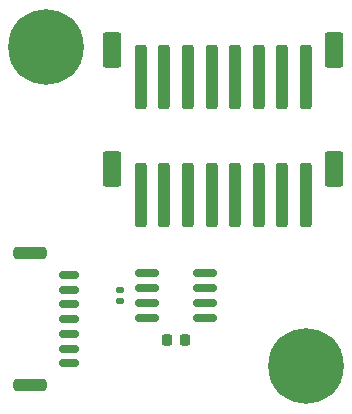
<source format=gbr>
%TF.GenerationSoftware,KiCad,Pcbnew,9.0.0*%
%TF.CreationDate,2025-02-28T01:07:07-08:00*%
%TF.ProjectId,CAN Adapter Board - R1,43414e20-4164-4617-9074-657220426f61,rev?*%
%TF.SameCoordinates,Original*%
%TF.FileFunction,Soldermask,Top*%
%TF.FilePolarity,Negative*%
%FSLAX46Y46*%
G04 Gerber Fmt 4.6, Leading zero omitted, Abs format (unit mm)*
G04 Created by KiCad (PCBNEW 9.0.0) date 2025-02-28 01:07:07*
%MOMM*%
%LPD*%
G01*
G04 APERTURE LIST*
G04 Aperture macros list*
%AMRoundRect*
0 Rectangle with rounded corners*
0 $1 Rounding radius*
0 $2 $3 $4 $5 $6 $7 $8 $9 X,Y pos of 4 corners*
0 Add a 4 corners polygon primitive as box body*
4,1,4,$2,$3,$4,$5,$6,$7,$8,$9,$2,$3,0*
0 Add four circle primitives for the rounded corners*
1,1,$1+$1,$2,$3*
1,1,$1+$1,$4,$5*
1,1,$1+$1,$6,$7*
1,1,$1+$1,$8,$9*
0 Add four rect primitives between the rounded corners*
20,1,$1+$1,$2,$3,$4,$5,0*
20,1,$1+$1,$4,$5,$6,$7,0*
20,1,$1+$1,$6,$7,$8,$9,0*
20,1,$1+$1,$8,$9,$2,$3,0*%
G04 Aperture macros list end*
%ADD10C,0.800000*%
%ADD11C,6.400000*%
%ADD12RoundRect,0.140000X-0.170000X0.140000X-0.170000X-0.140000X0.170000X-0.140000X0.170000X0.140000X0*%
%ADD13RoundRect,0.150000X0.700000X-0.150000X0.700000X0.150000X-0.700000X0.150000X-0.700000X-0.150000X0*%
%ADD14RoundRect,0.250000X1.150000X-0.250000X1.150000X0.250000X-1.150000X0.250000X-1.150000X-0.250000X0*%
%ADD15RoundRect,0.225000X0.225000X0.250000X-0.225000X0.250000X-0.225000X-0.250000X0.225000X-0.250000X0*%
%ADD16RoundRect,0.250000X-0.250000X-2.500000X0.250000X-2.500000X0.250000X2.500000X-0.250000X2.500000X0*%
%ADD17RoundRect,0.250000X-0.550000X-1.250000X0.550000X-1.250000X0.550000X1.250000X-0.550000X1.250000X0*%
%ADD18RoundRect,0.150000X-0.825000X-0.150000X0.825000X-0.150000X0.825000X0.150000X-0.825000X0.150000X0*%
G04 APERTURE END LIST*
D10*
%TO.C,H1*%
X1600000Y31000000D03*
X2302944Y32697056D03*
X2302944Y29302944D03*
X4000000Y33400000D03*
D11*
X4000000Y31000000D03*
D10*
X4000000Y28600000D03*
X5697056Y32697056D03*
X5697056Y29302944D03*
X6400000Y31000000D03*
%TD*%
D12*
%TO.C,C4*%
X10250000Y10480000D03*
X10250000Y9520000D03*
%TD*%
D13*
%TO.C,J3*%
X5950000Y4250000D03*
X5950000Y5500000D03*
X5950000Y6750000D03*
X5950000Y8000000D03*
X5950000Y9250000D03*
X5950000Y10500000D03*
X5950000Y11750000D03*
D14*
X2600000Y2400000D03*
X2600000Y13600000D03*
%TD*%
D10*
%TO.C,H2*%
X23600000Y4000000D03*
X24302944Y5697056D03*
X24302944Y2302944D03*
X26000000Y6400000D03*
D11*
X26000000Y4000000D03*
D10*
X26000000Y1600000D03*
X27697056Y5697056D03*
X27697056Y2302944D03*
X28400000Y4000000D03*
%TD*%
D15*
%TO.C,C2*%
X15775000Y6250000D03*
X14225000Y6250000D03*
%TD*%
D16*
%TO.C,J2*%
X12000000Y18500000D03*
X14000000Y18500000D03*
X16000000Y18500000D03*
X18000000Y18500000D03*
X20000000Y18500000D03*
X22000000Y18500000D03*
X24000000Y18500000D03*
X26000000Y18500000D03*
D17*
X9600000Y20750000D03*
X28400000Y20750000D03*
%TD*%
D16*
%TO.C,J1*%
X12000000Y28500000D03*
X14000000Y28500000D03*
X16000000Y28500000D03*
X18000000Y28500000D03*
X20000000Y28500000D03*
X22000000Y28500000D03*
X24000000Y28500000D03*
X26000000Y28500000D03*
D17*
X9600000Y30750000D03*
X28400000Y30750000D03*
%TD*%
D18*
%TO.C,U2*%
X12525000Y11905000D03*
X12525000Y10635000D03*
X12525000Y9365000D03*
X12525000Y8095000D03*
X17475000Y8095000D03*
X17475000Y9365000D03*
X17475000Y10635000D03*
X17475000Y11905000D03*
%TD*%
M02*

</source>
